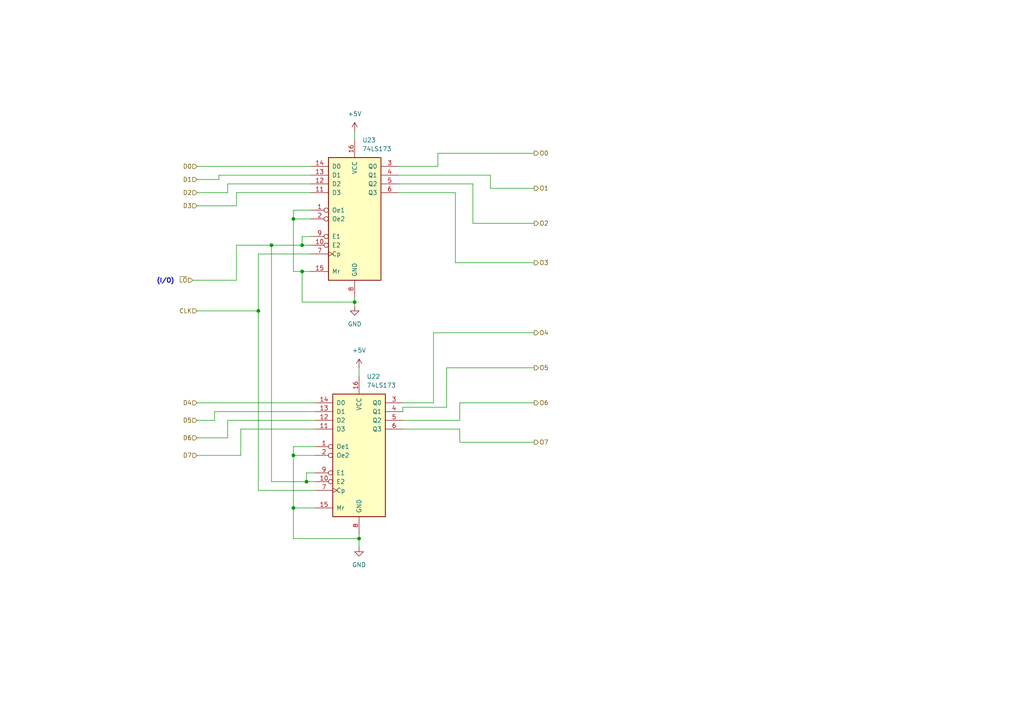
<source format=kicad_sch>
(kicad_sch (version 20231120) (generator "eeschema") (generator_version "8.0")
  (paper "A4")
  (title_block (title "ISAP-1 COMPUTER revision B") (date "2024-11-27") (rev "Version 1") (comment 1 "by Linca Marius Gheorghe") (comment 3 "Output Register"))
  (lib_symbols
    (symbol "74xx:74LS173" (pin_names (offset 1.016))
      (property "Reference" "U" (at -7.62 19.05 0))
      (property "Value" "74LS173" (at -7.62 -19.05 0))
      (symbol "74LS173_1_0"
        (pin input inverted (at -12.7 2.54 0) (length 5.08) (name "Oe1") (number "1"))
        (pin input inverted (at -12.7 -7.62 0) (length 5.08) (name "E2") (number "10"))
        (pin input line (at -12.7 7.62 0) (length 5.08) (name "D3") (number "11"))
        (pin input line (at -12.7 10.16 0) (length 5.08) (name "D2") (number "12"))
        (pin input line (at -12.7 12.7 0) (length 5.08) (name "D1") (number "13"))
        (pin input line (at -12.7 15.24 0) (length 5.08) (name "D0") (number "14"))
        (pin input line (at -12.7 -15.24 0) (length 5.08) (name "Mr") (number "15"))
        (pin power_in line (at 0 22.86 270) (length 5.08) (name "VCC") (number "16"))
        (pin input inverted (at -12.7 0 0) (length 5.08) (name "Oe2") (number "2"))
        (pin tri_state line (at 12.7 15.24 180) (length 5.08) (name "Q0") (number "3"))
        (pin tri_state line (at 12.7 12.7 180) (length 5.08) (name "Q1") (number "4"))
        (pin tri_state line (at 12.7 10.16 180) (length 5.08) (name "Q2") (number "5"))
        (pin tri_state line (at 12.7 7.62 180) (length 5.08) (name "Q3") (number "6"))
        (pin input clock (at -12.7 -10.16 0) (length 5.08) (name "Cp") (number "7"))
        (pin power_in line (at 0 -22.86 90) (length 5.08) (name "GND") (number "8"))
        (pin input inverted (at -12.7 -5.08 0) (length 5.08) (name "E1") (number "9"))
      )
      (symbol "74LS173_1_1"
        (rectangle (start -7.62 17.78) (end 7.62 -17.78) (stroke (width 0.254)) (fill (type background)))
      )
    )
    (symbol "power:+5V" (power) (pin_numbers hide) (pin_names (offset 0) hide)
      (property "Value" "+5V" (at 0 3.556 0))
      (symbol "+5V_0_1"
        (polyline (pts (xy -0.762 1.27) (xy 0 2.54)))
        (polyline (pts (xy 0 0) (xy 0 2.54)))
        (polyline (pts (xy 0 2.54) (xy 0.762 1.27)))
      )
      (symbol "+5V_1_1"
        (pin power_in line (at 0 0 90) (length 0) (name "~") (number "1"))
      )
    )
    (symbol "power:GND" (power) (pin_numbers hide) (pin_names (offset 0) hide)
      (property "Value" "GND" (at 0 -3.81 0))
      (symbol "GND_0_1"
        (polyline (pts (xy 0 0) (xy 0 -1.27) (xy 1.27 -1.27) (xy 0 -2.54) (xy -1.27 -1.27) (xy 0 -1.27)))
      )
      (symbol "GND_1_1"
        (pin power_in line (at 0 0 270) (length 0) (name "~") (number "1"))
      )
    )
  )
  (junction (at 85.09 132.08))
  (junction (at 74.93 90.17))
  (junction (at 102.87 87.63))
  (junction (at 88.9 139.7))
  (junction (at 87.63 78.74))
  (junction (at 104.14 156.21))
  (junction (at 85.09 63.5))
  (junction (at 87.63 71.12))
  (junction (at 78.74 71.12))
  (junction (at 85.09 147.32))
  (wire (pts (xy 68.58 81.28) (xy 68.58 71.12)))
  (wire (pts (xy 91.44 137.16) (xy 88.9 137.16)))
  (wire (pts (xy 104.14 106.68) (xy 104.14 109.22)))
  (wire (pts (xy 137.16 53.34) (xy 115.57 53.34)))
  (wire (pts (xy 91.44 124.46) (xy 69.85 124.46)))
  (wire (pts (xy 90.17 68.58) (xy 87.63 68.58)))
  (wire (pts (xy 91.44 121.92) (xy 66.04 121.92)))
  (wire (pts (xy 125.73 96.52) (xy 125.73 116.84)))
  (wire (pts (xy 74.93 90.17) (xy 74.93 142.24)))
  (wire (pts (xy 142.24 54.61) (xy 142.24 50.8)))
  (wire (pts (xy 116.84 124.46) (xy 133.35 124.46)))
  (wire (pts (xy 142.24 54.61) (xy 154.94 54.61)))
  (wire (pts (xy 127 44.45) (xy 154.94 44.45)))
  (wire (pts (xy 57.15 116.84) (xy 91.44 116.84)))
  (wire (pts (xy 57.15 48.26) (xy 90.17 48.26)))
  (wire (pts (xy 88.9 139.7) (xy 91.44 139.7)))
  (wire (pts (xy 90.17 50.8) (xy 63.5 50.8)))
  (wire (pts (xy 88.9 137.16) (xy 88.9 139.7)))
  (wire (pts (xy 69.85 124.46) (xy 69.85 132.08)))
  (wire (pts (xy 85.09 63.5) (xy 90.17 63.5)))
  (wire (pts (xy 62.23 121.92) (xy 57.15 121.92)))
  (wire (pts (xy 133.35 128.27) (xy 133.35 124.46)))
  (wire (pts (xy 91.44 129.54) (xy 85.09 129.54)))
  (wire (pts (xy 129.54 106.68) (xy 129.54 118.11)))
  (wire (pts (xy 154.94 106.68) (xy 129.54 106.68)))
  (wire (pts (xy 129.54 118.11) (xy 116.84 118.11)))
  (wire (pts (xy 85.09 147.32) (xy 91.44 147.32)))
  (wire (pts (xy 132.08 76.2) (xy 154.94 76.2)))
  (wire (pts (xy 104.14 154.94) (xy 104.14 156.21)))
  (wire (pts (xy 78.74 71.12) (xy 78.74 139.7)))
  (wire (pts (xy 85.09 132.08) (xy 91.44 132.08)))
  (wire (pts (xy 66.04 55.88) (xy 57.15 55.88)))
  (wire (pts (xy 115.57 55.88) (xy 132.08 55.88)))
  (wire (pts (xy 78.74 71.12) (xy 87.63 71.12)))
  (wire (pts (xy 85.09 132.08) (xy 85.09 147.32)))
  (wire (pts (xy 154.94 128.27) (xy 133.35 128.27)))
  (wire (pts (xy 102.87 38.1) (xy 102.87 40.64)))
  (wire (pts (xy 137.16 64.77) (xy 137.16 53.34)))
  (wire (pts (xy 87.63 87.63) (xy 102.87 87.63)))
  (wire (pts (xy 154.94 64.77) (xy 137.16 64.77)))
  (wire (pts (xy 87.63 71.12) (xy 90.17 71.12)))
  (wire (pts (xy 90.17 60.96) (xy 85.09 60.96)))
  (wire (pts (xy 57.15 52.07) (xy 63.5 52.07)))
  (wire (pts (xy 90.17 73.66) (xy 74.93 73.66)))
  (wire (pts (xy 66.04 53.34) (xy 66.04 55.88)))
  (wire (pts (xy 87.63 78.74) (xy 87.63 87.63)))
  (wire (pts (xy 132.08 55.88) (xy 132.08 76.2)))
  (wire (pts (xy 85.09 60.96) (xy 85.09 63.5)))
  (wire (pts (xy 87.63 68.58) (xy 87.63 71.12)))
  (wire (pts (xy 63.5 50.8) (xy 63.5 52.07)))
  (wire (pts (xy 74.93 73.66) (xy 74.93 90.17)))
  (wire (pts (xy 68.58 55.88) (xy 68.58 59.69)))
  (wire (pts (xy 142.24 50.8) (xy 115.57 50.8)))
  (wire (pts (xy 85.09 129.54) (xy 85.09 132.08)))
  (wire (pts (xy 125.73 116.84) (xy 116.84 116.84)))
  (wire (pts (xy 116.84 118.11) (xy 116.84 119.38)))
  (wire (pts (xy 74.93 142.24) (xy 91.44 142.24)))
  (wire (pts (xy 78.74 139.7) (xy 88.9 139.7)))
  (wire (pts (xy 133.35 116.84) (xy 133.35 121.92)))
  (wire (pts (xy 116.84 121.92) (xy 133.35 121.92)))
  (wire (pts (xy 115.57 48.26) (xy 127 48.26)))
  (wire (pts (xy 90.17 78.74) (xy 87.63 78.74)))
  (wire (pts (xy 69.85 132.08) (xy 57.15 132.08)))
  (wire (pts (xy 66.04 121.92) (xy 66.04 127)))
  (wire (pts (xy 102.87 86.36) (xy 102.87 87.63)))
  (wire (pts (xy 66.04 127) (xy 57.15 127)))
  (wire (pts (xy 85.09 147.32) (xy 85.09 156.21)))
  (wire (pts (xy 127 48.26) (xy 127 44.45)))
  (wire (pts (xy 62.23 119.38) (xy 62.23 121.92)))
  (wire (pts (xy 102.87 87.63) (xy 102.87 88.9)))
  (wire (pts (xy 91.44 119.38) (xy 62.23 119.38)))
  (wire (pts (xy 68.58 71.12) (xy 78.74 71.12)))
  (wire (pts (xy 85.09 78.74) (xy 87.63 78.74)))
  (wire (pts (xy 90.17 55.88) (xy 68.58 55.88)))
  (wire (pts (xy 154.94 96.52) (xy 125.73 96.52)))
  (wire (pts (xy 85.09 156.21) (xy 104.14 156.21)))
  (wire (pts (xy 154.94 116.84) (xy 133.35 116.84)))
  (wire (pts (xy 57.15 90.17) (xy 74.93 90.17)))
  (wire (pts (xy 68.58 59.69) (xy 57.15 59.69)))
  (wire (pts (xy 85.09 63.5) (xy 85.09 78.74)))
  (wire (pts (xy 55.88 81.28) (xy 68.58 81.28)))
  (wire (pts (xy 104.14 156.21) (xy 104.14 158.75)))
  (wire (pts (xy 90.17 53.34) (xy 66.04 53.34)))
  (text "(I/O)" (at 48.006 81.534 0) (effects (font (size 1.27 1.27) (thickness 0.254) (bold yes))))
  (hierarchical_label "O3" (shape output) (at 154.94 76.2 0))
  (hierarchical_label "D2" (shape input) (at 57.15 55.88 180))
  (hierarchical_label "D1" (shape input) (at 57.15 52.07 180))
  (hierarchical_label "O5" (shape output) (at 154.94 106.68 0))
  (hierarchical_label "O7" (shape output) (at 154.94 128.27 0))
  (hierarchical_label "O6" (shape output) (at 154.94 116.84 0))
  (hierarchical_label "D3" (shape input) (at 57.15 59.69 180))
  (hierarchical_label "O1" (shape output) (at 154.94 54.61 0))
  (hierarchical_label "O0" (shape output) (at 154.94 44.45 0))
  (hierarchical_label "D7" (shape input) (at 57.15 132.08 180))
  (hierarchical_label "D6" (shape input) (at 57.15 127 180))
  (hierarchical_label "O2" (shape output) (at 154.94 64.77 0))
  (hierarchical_label "D4" (shape input) (at 57.15 116.84 180))
  (hierarchical_label "D5" (shape input) (at 57.15 121.92 180))
  (hierarchical_label "D0" (shape input) (at 57.15 48.26 180))
  (hierarchical_label "O4" (shape output) (at 154.94 96.52 0))
  (hierarchical_label "~{LO}" (shape input) (at 55.88 81.28 180))
  (hierarchical_label "CLK" (shape input) (at 57.15 90.17 180))
  (symbol (lib_id "power:GND") (at 104.14 158.75 0) (unit 1)
    (property "Reference" "#PWR035" (effects (hide yes)))
    (property "Value" "GND" (at 104.14 163.83 0))
    (property "Description" "Power symbol creates a global label with name \"GND\" , ground" (effects (hide yes)))
  )
  (symbol (lib_id "74xx:74LS173") (at 104.14 132.08 0) (unit 1)
    (property "Reference" "U22" (at 106.3341 109.22 0) (effects (justify left)))
    (property "Value" "74LS173" (at 106.3341 111.76 0) (effects (justify left)))
    (property "Footprint" "Package_DIP:DIP-16_W7.62mm_LongPads" (effects (hide yes)))
    (property "Datasheet" "http://www.ti.com/lit/gpn/sn74LS173" (effects (hide yes)))
    (property "Description" "4-bit D-type Register, 3 state out" (effects (hide yes)))
  )
  (symbol (lib_id "74xx:74LS173") (at 102.87 63.5 0) (unit 1)
    (property "Reference" "U23" (at 105.0641 40.64 0) (effects (justify left)))
    (property "Value" "74LS173" (at 105.0641 43.18 0) (effects (justify left)))
    (property "Footprint" "Package_DIP:DIP-16_W7.62mm_LongPads" (effects (hide yes)))
    (property "Datasheet" "http://www.ti.com/lit/gpn/sn74LS173" (effects (hide yes)))
    (property "Description" "4-bit D-type Register, 3 state out" (effects (hide yes)))
  )
  (symbol (lib_id "power:+5V") (at 104.14 106.68 0) (unit 1)
    (property "Reference" "#PWR034" (effects (hide yes)))
    (property "Value" "+5V" (at 104.14 101.6 0))
    (property "Description" "Power symbol creates a global label with name \"+5V\"" (effects (hide yes)))
  )
  (symbol (lib_id "power:GND") (at 102.87 88.9 0) (unit 1)
    (property "Reference" "#PWR033" (effects (hide yes)))
    (property "Value" "GND" (at 102.87 93.98 0))
    (property "Description" "Power symbol creates a global label with name \"GND\" , ground" (effects (hide yes)))
  )
  (symbol (lib_id "power:+5V") (at 102.87 38.1 0) (unit 1)
    (property "Reference" "#PWR032" (effects (hide yes)))
    (property "Value" "+5V" (at 102.87 33.02 0))
    (property "Description" "Power symbol creates a global label with name \"+5V\"" (effects (hide yes)))
  )
)
</source>
